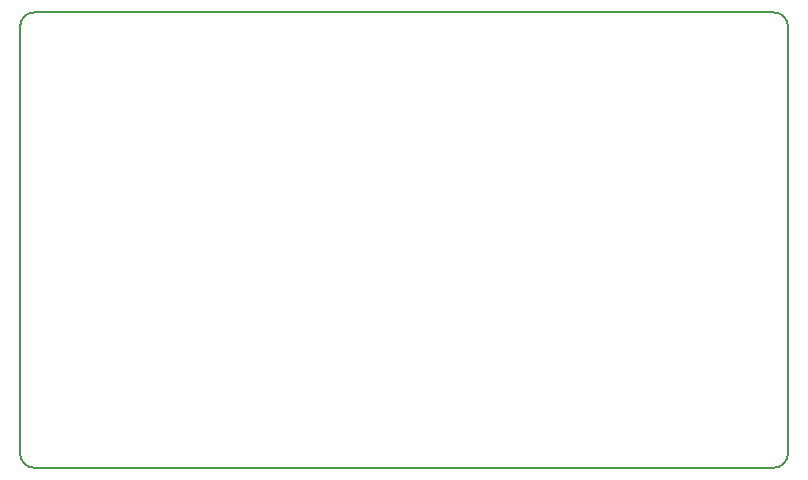
<source format=gbr>
G04 #@! TF.FileFunction,Profile,NP*
%FSLAX46Y46*%
G04 Gerber Fmt 4.6, Leading zero omitted, Abs format (unit mm)*
G04 Created by KiCad (PCBNEW 4.0.7) date Wednesday, 28. February 2018 'u13' 15:13:27*
%MOMM*%
%LPD*%
G01*
G04 APERTURE LIST*
%ADD10C,0.100000*%
%ADD11C,0.150000*%
G04 APERTURE END LIST*
D10*
D11*
X104180000Y-101550000D02*
X166820000Y-101550000D01*
X166850000Y-63010000D02*
X104190000Y-63010000D01*
X168000000Y-100400000D02*
X168010000Y-64180000D01*
X103000000Y-100350000D02*
X103000000Y-64180000D01*
X168009835Y-64199661D02*
G75*
G03X166840000Y-63010000I-1169835J19661D01*
G01*
X166810000Y-101550000D02*
G75*
G03X167999661Y-100380165I19661J1169835D01*
G01*
X103000165Y-100360339D02*
G75*
G03X104170000Y-101550000I1169835J-19661D01*
G01*
X104190000Y-63010000D02*
G75*
G03X103000339Y-64179835I-19661J-1169835D01*
G01*
M02*

</source>
